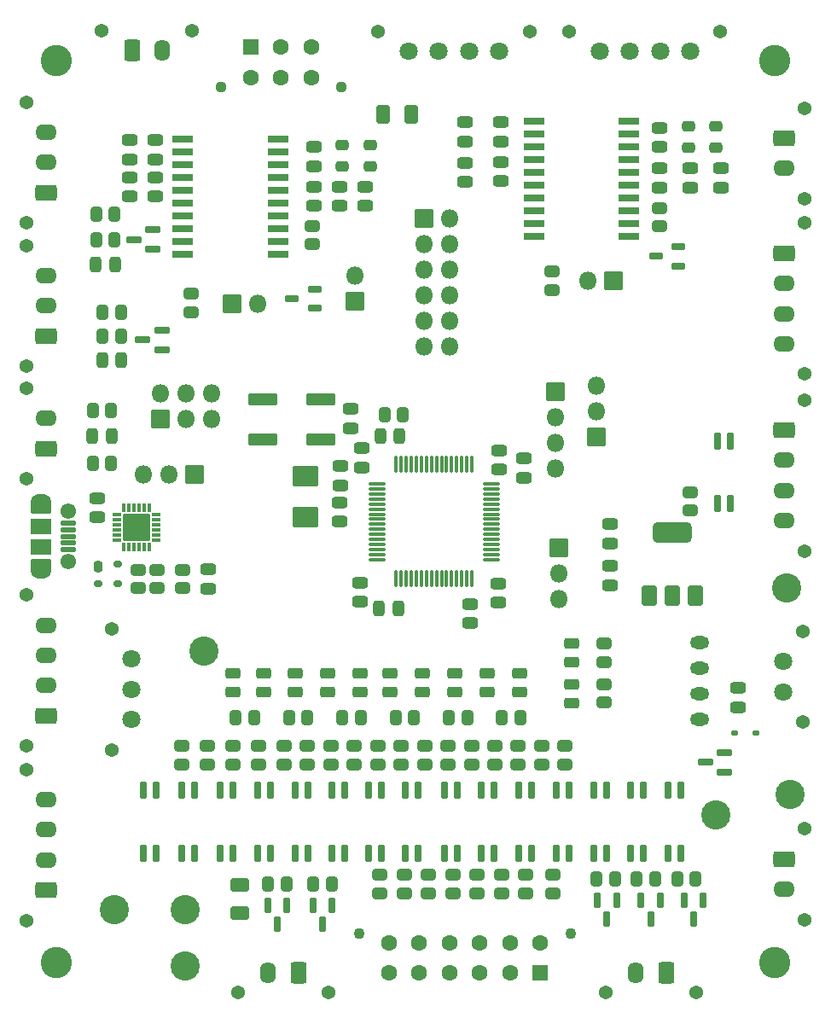
<source format=gts>
G04 #@! TF.GenerationSoftware,KiCad,Pcbnew,8.0.7*
G04 #@! TF.CreationDate,2025-01-18T17:23:32-06:00*
G04 #@! TF.ProjectId,Controls-Leader,436f6e74-726f-46c7-932d-4c6561646572,rev?*
G04 #@! TF.SameCoordinates,Original*
G04 #@! TF.FileFunction,Soldermask,Top*
G04 #@! TF.FilePolarity,Negative*
%FSLAX46Y46*%
G04 Gerber Fmt 4.6, Leading zero omitted, Abs format (unit mm)*
G04 Created by KiCad (PCBNEW 8.0.7) date 2025-01-18 17:23:32*
%MOMM*%
%LPD*%
G01*
G04 APERTURE LIST*
G04 Aperture macros list*
%AMRoundRect*
0 Rectangle with rounded corners*
0 $1 Rounding radius*
0 $2 $3 $4 $5 $6 $7 $8 $9 X,Y pos of 4 corners*
0 Add a 4 corners polygon primitive as box body*
4,1,4,$2,$3,$4,$5,$6,$7,$8,$9,$2,$3,0*
0 Add four circle primitives for the rounded corners*
1,1,$1+$1,$2,$3*
1,1,$1+$1,$4,$5*
1,1,$1+$1,$6,$7*
1,1,$1+$1,$8,$9*
0 Add four rect primitives between the rounded corners*
20,1,$1+$1,$2,$3,$4,$5,0*
20,1,$1+$1,$4,$5,$6,$7,0*
20,1,$1+$1,$6,$7,$8,$9,0*
20,1,$1+$1,$8,$9,$2,$3,0*%
G04 Aperture macros list end*
%ADD10C,1.372000*%
%ADD11RoundRect,0.267001X0.793999X-0.533999X0.793999X0.533999X-0.793999X0.533999X-0.793999X-0.533999X0*%
%ADD12O,2.122000X1.602000*%
%ADD13RoundRect,0.269250X-0.481750X0.269250X-0.481750X-0.269250X0.481750X-0.269250X0.481750X0.269250X0*%
%ADD14RoundRect,0.274878X0.476122X-0.288622X0.476122X0.288622X-0.476122X0.288622X-0.476122X-0.288622X0*%
%ADD15RoundRect,0.275500X-0.500500X0.275500X-0.500500X-0.275500X0.500500X-0.275500X0.500500X0.275500X0*%
%ADD16RoundRect,0.175500X0.175500X-0.700500X0.175500X0.700500X-0.175500X0.700500X-0.175500X-0.700500X0*%
%ADD17RoundRect,0.274878X-0.288622X-0.476122X0.288622X-0.476122X0.288622X0.476122X-0.288622X0.476122X0*%
%ADD18RoundRect,0.274878X-0.476122X0.288622X-0.476122X-0.288622X0.476122X-0.288622X0.476122X0.288622X0*%
%ADD19RoundRect,0.275500X-0.275500X-0.500500X0.275500X-0.500500X0.275500X0.500500X-0.275500X0.500500X0*%
%ADD20RoundRect,0.175500X-0.175500X0.700500X-0.175500X-0.700500X0.175500X-0.700500X0.175500X0.700500X0*%
%ADD21RoundRect,0.051000X-0.850000X-0.850000X0.850000X-0.850000X0.850000X0.850000X-0.850000X0.850000X0*%
%ADD22O,1.802000X1.802000*%
%ADD23RoundRect,0.051000X-0.850000X0.850000X-0.850000X-0.850000X0.850000X-0.850000X0.850000X0.850000X0*%
%ADD24RoundRect,0.175500X-0.175500X0.613000X-0.175500X-0.613000X0.175500X-0.613000X0.175500X0.613000X0*%
%ADD25RoundRect,0.244250X0.406750X-0.244250X0.406750X0.244250X-0.406750X0.244250X-0.406750X-0.244250X0*%
%ADD26RoundRect,0.051000X0.850000X0.850000X-0.850000X0.850000X-0.850000X-0.850000X0.850000X-0.850000X0*%
%ADD27RoundRect,0.274878X0.288622X0.476122X-0.288622X0.476122X-0.288622X-0.476122X0.288622X-0.476122X0*%
%ADD28RoundRect,0.275500X0.500500X-0.275500X0.500500X0.275500X-0.500500X0.275500X-0.500500X-0.275500X0*%
%ADD29C,1.802000*%
%ADD30RoundRect,0.051000X-1.375000X-0.500000X1.375000X-0.500000X1.375000X0.500000X-1.375000X0.500000X0*%
%ADD31C,2.902000*%
%ADD32C,3.102000*%
%ADD33RoundRect,0.175500X0.613000X0.175500X-0.613000X0.175500X-0.613000X-0.175500X0.613000X-0.175500X0*%
%ADD34RoundRect,0.200500X-0.200500X-0.350500X0.200500X-0.350500X0.200500X0.350500X-0.200500X0.350500X0*%
%ADD35RoundRect,0.175500X-0.225500X-0.175500X0.225500X-0.175500X0.225500X0.175500X-0.225500X0.175500X0*%
%ADD36RoundRect,0.269250X0.481750X-0.269250X0.481750X0.269250X-0.481750X0.269250X-0.481750X-0.269250X0*%
%ADD37RoundRect,0.051000X0.850000X-0.850000X0.850000X0.850000X-0.850000X0.850000X-0.850000X-0.850000X0*%
%ADD38RoundRect,0.051000X-0.975000X-0.300000X0.975000X-0.300000X0.975000X0.300000X-0.975000X0.300000X0*%
%ADD39RoundRect,0.400500X0.400500X-0.650500X0.400500X0.650500X-0.400500X0.650500X-0.400500X-0.650500X0*%
%ADD40RoundRect,0.525500X1.425500X-0.525500X1.425500X0.525500X-1.425500X0.525500X-1.425500X-0.525500X0*%
%ADD41RoundRect,0.270400X0.655600X-0.405600X0.655600X0.405600X-0.655600X0.405600X-0.655600X-0.405600X0*%
%ADD42RoundRect,0.270400X0.405600X0.655600X-0.405600X0.655600X-0.405600X-0.655600X0.405600X-0.655600X0*%
%ADD43RoundRect,0.267001X-0.793999X0.533999X-0.793999X-0.533999X0.793999X-0.533999X0.793999X0.533999X0*%
%ADD44C,1.122000*%
%ADD45RoundRect,0.267001X-0.533999X-0.533999X0.533999X-0.533999X0.533999X0.533999X-0.533999X0.533999X0*%
%ADD46C,1.602000*%
%ADD47RoundRect,0.175500X0.538000X0.175500X-0.538000X0.175500X-0.538000X-0.175500X0.538000X-0.175500X0*%
%ADD48RoundRect,0.275500X0.275500X0.500500X-0.275500X0.500500X-0.275500X-0.500500X0.275500X-0.500500X0*%
%ADD49RoundRect,0.051000X-0.675000X0.200000X-0.675000X-0.200000X0.675000X-0.200000X0.675000X0.200000X0*%
%ADD50O,2.002000X1.302000*%
%ADD51RoundRect,0.051000X-0.950000X0.600000X-0.950000X-0.600000X0.950000X-0.600000X0.950000X0.600000X0*%
%ADD52C,1.552000*%
%ADD53RoundRect,0.051000X-0.950000X0.750000X-0.950000X-0.750000X0.950000X-0.750000X0.950000X0.750000X0*%
%ADD54C,1.102000*%
%ADD55RoundRect,0.051000X0.750000X0.750000X-0.750000X0.750000X-0.750000X-0.750000X0.750000X-0.750000X0*%
%ADD56RoundRect,0.051000X1.200000X-0.950000X1.200000X0.950000X-1.200000X0.950000X-1.200000X-0.950000X0*%
%ADD57RoundRect,0.138000X-0.213000X-0.138000X0.213000X-0.138000X0.213000X0.138000X-0.213000X0.138000X0*%
%ADD58RoundRect,0.088000X-0.375500X-0.088000X0.375500X-0.088000X0.375500X0.088000X-0.375500X0.088000X0*%
%ADD59RoundRect,0.088000X-0.088000X-0.375500X0.088000X-0.375500X0.088000X0.375500X-0.088000X0.375500X0*%
%ADD60RoundRect,0.051000X-1.300000X-1.300000X1.300000X-1.300000X1.300000X1.300000X-1.300000X1.300000X0*%
%ADD61RoundRect,0.267001X0.533999X0.793999X-0.533999X0.793999X-0.533999X-0.793999X0.533999X-0.793999X0*%
%ADD62O,1.602000X2.122000*%
%ADD63RoundRect,0.100500X-0.725500X-0.100500X0.725500X-0.100500X0.725500X0.100500X-0.725500X0.100500X0*%
%ADD64RoundRect,0.100500X-0.100500X-0.725500X0.100500X-0.725500X0.100500X0.725500X-0.100500X0.725500X0*%
%ADD65RoundRect,0.267001X-0.533999X-0.793999X0.533999X-0.793999X0.533999X0.793999X-0.533999X0.793999X0*%
%ADD66O,1.902000X1.302000*%
G04 APERTURE END LIST*
D10*
G04 #@! TO.C,J7*
X113540000Y-71390000D03*
X113540000Y-59390000D03*
D11*
X115500000Y-68390000D03*
D12*
X115500000Y-65390000D03*
X115500000Y-62390000D03*
G04 #@! TD*
D13*
G04 #@! TO.C,D18*
X137040000Y-116092500D03*
X137040000Y-117967500D03*
G04 #@! TD*
D14*
G04 #@! TO.C,R7*
X170815000Y-118982501D03*
X170815000Y-117157501D03*
G04 #@! TD*
G04 #@! TO.C,R50*
X155343444Y-125095000D03*
X155343444Y-123270000D03*
G04 #@! TD*
D15*
G04 #@! TO.C,C6*
X160300000Y-107150001D03*
X160300000Y-109049999D03*
G04 #@! TD*
D10*
G04 #@! TO.C,J12*
X113540000Y-96780000D03*
X113540000Y-87780000D03*
D11*
X115500000Y-93780000D03*
D12*
X115500000Y-90780000D03*
G04 #@! TD*
D16*
G04 #@! TO.C,U10*
X182065000Y-99260000D03*
X183335000Y-99260000D03*
X183335000Y-93010000D03*
X182065000Y-93010000D03*
G04 #@! TD*
D17*
G04 #@! TO.C,R16*
X121087500Y-82637998D03*
X122912500Y-82637998D03*
G04 #@! TD*
D18*
G04 #@! TO.C,R5*
X165735000Y-136087500D03*
X165735000Y-137912500D03*
G04 #@! TD*
D19*
G04 #@! TO.C,C15*
X148650000Y-92500000D03*
X150550000Y-92500000D03*
G04 #@! TD*
D14*
G04 #@! TO.C,R39*
X153431975Y-137912500D03*
X153431975Y-136087500D03*
G04 #@! TD*
D18*
G04 #@! TO.C,R37*
X126490000Y-105785000D03*
X126490000Y-107610000D03*
G04 #@! TD*
D20*
G04 #@! TO.C,U5*
X137735000Y-127675000D03*
X136465000Y-127675000D03*
X136465000Y-133925000D03*
X137735000Y-133925000D03*
G04 #@! TD*
D16*
G04 #@! TO.C,U29*
X140215000Y-133925000D03*
X141485000Y-133925000D03*
X141485000Y-127675000D03*
X140215000Y-127675000D03*
G04 #@! TD*
D14*
G04 #@! TO.C,R31*
X131445000Y-125095000D03*
X131445000Y-123270000D03*
G04 #@! TD*
D21*
G04 #@! TO.C,J3*
X152960000Y-70980000D03*
D22*
X155500000Y-70980000D03*
X152960000Y-73520000D03*
X155500000Y-73520000D03*
X152960000Y-76060000D03*
X155500000Y-76060000D03*
X152960000Y-78600000D03*
X155500000Y-78600000D03*
X152960000Y-81140000D03*
X155500000Y-81140000D03*
X152960000Y-83680000D03*
X155500000Y-83680000D03*
G04 #@! TD*
D15*
G04 #@! TO.C,C22*
X171437300Y-101290002D03*
X171437300Y-103190002D03*
G04 #@! TD*
D23*
G04 #@! TO.C,J25*
X130159999Y-96350000D03*
D22*
X127619999Y-96350000D03*
X125079999Y-96350000D03*
G04 #@! TD*
D24*
G04 #@! TO.C,Q4*
X139380000Y-139062500D03*
X137480000Y-139062500D03*
X138430000Y-140937500D03*
G04 #@! TD*
D23*
G04 #@! TO.C,JP2*
X171775000Y-77100000D03*
D22*
X169235000Y-77100000D03*
G04 #@! TD*
D17*
G04 #@! TO.C,R30*
X160712500Y-120500000D03*
X162537500Y-120500000D03*
G04 #@! TD*
D14*
G04 #@! TO.C,R11*
X164645412Y-125095000D03*
X164645412Y-123270000D03*
G04 #@! TD*
D15*
G04 #@! TO.C,C9*
X162850000Y-94750000D03*
X162850000Y-96650000D03*
G04 #@! TD*
D14*
G04 #@! TO.C,R63*
X143715984Y-125095000D03*
X143715984Y-123270000D03*
G04 #@! TD*
D25*
G04 #@! TO.C,L8*
X181936000Y-63913000D03*
X181936000Y-61788000D03*
G04 #@! TD*
D17*
G04 #@! TO.C,R2*
X139582500Y-120500000D03*
X141407500Y-120500000D03*
G04 #@! TD*
D26*
G04 #@! TO.C,J13*
X170090000Y-92640000D03*
D22*
X170090000Y-90100000D03*
X170090000Y-87560000D03*
G04 #@! TD*
D16*
G04 #@! TO.C,U23*
X154965000Y-133925000D03*
X156235000Y-133925000D03*
X156235000Y-127675000D03*
X154965000Y-127675000D03*
G04 #@! TD*
D27*
G04 #@! TO.C,R40*
X136125000Y-120500000D03*
X134300000Y-120500000D03*
G04 #@! TD*
D28*
G04 #@! TO.C,C24*
X123718000Y-65071999D03*
X123718000Y-63171999D03*
G04 #@! TD*
G04 #@! TO.C,C23*
X126258000Y-65071999D03*
X126258000Y-63171999D03*
G04 #@! TD*
G04 #@! TO.C,C11*
X160450000Y-95850000D03*
X160450000Y-93950000D03*
G04 #@! TD*
D20*
G04 #@! TO.C,U9*
X130175000Y-127685000D03*
X128905000Y-127685000D03*
X128905000Y-133935000D03*
X130175000Y-133935000D03*
G04 #@! TD*
D27*
G04 #@! TO.C,R9*
X151972500Y-120500000D03*
X150147500Y-120500000D03*
G04 #@! TD*
D28*
G04 #@! TO.C,C7*
X144662720Y-97409001D03*
X144662720Y-95509001D03*
G04 #@! TD*
D10*
G04 #@! TO.C,J21*
X167390000Y-52410000D03*
X182390000Y-52410000D03*
D29*
X170390000Y-54370000D03*
X173390000Y-54370000D03*
X176390000Y-54370000D03*
X179390000Y-54370000D03*
G04 #@! TD*
D24*
G04 #@! TO.C,Q5*
X172080000Y-138562500D03*
X170180000Y-138562500D03*
X171130000Y-140437500D03*
G04 #@! TD*
D10*
G04 #@! TO.C,J18*
X190590000Y-111920000D03*
X190590000Y-120920000D03*
D29*
X188630000Y-114920000D03*
X188630000Y-117920000D03*
G04 #@! TD*
D30*
G04 #@! TO.C,SW10*
X137000000Y-88899999D03*
X142750000Y-88899999D03*
X137000000Y-92899999D03*
X142750000Y-92899999D03*
G04 #@! TD*
D31*
G04 #@! TO.C,TP8*
X189300000Y-128100000D03*
G04 #@! TD*
D15*
G04 #@! TO.C,C36*
X157044000Y-65410000D03*
X157044000Y-67310000D03*
G04 #@! TD*
G04 #@! TO.C,C8*
X144590000Y-99130000D03*
X144590000Y-101030000D03*
G04 #@! TD*
D32*
G04 #@! TO.C,H3*
X187750000Y-144750000D03*
G04 #@! TD*
D14*
G04 #@! TO.C,R1*
X133985000Y-125095000D03*
X133985000Y-123270000D03*
G04 #@! TD*
D21*
G04 #@! TO.C,J8*
X166000000Y-88170000D03*
D22*
X166000000Y-90710000D03*
X166000000Y-93250000D03*
X166000000Y-95790000D03*
G04 #@! TD*
D27*
G04 #@! TO.C,R58*
X175912500Y-136500000D03*
X174087500Y-136500000D03*
G04 #@! TD*
D14*
G04 #@! TO.C,R60*
X155839650Y-137912500D03*
X155839650Y-136087500D03*
G04 #@! TD*
D28*
G04 #@! TO.C,C5*
X145700000Y-91750000D03*
X145700000Y-89850000D03*
G04 #@! TD*
D18*
G04 #@! TO.C,R10*
X163062675Y-136087500D03*
X163062675Y-137912500D03*
G04 #@! TD*
D33*
G04 #@! TO.C,D2*
X126037500Y-73975000D03*
X126037500Y-72075000D03*
X124162500Y-73025000D03*
G04 #@! TD*
D20*
G04 #@! TO.C,U25*
X178435000Y-127685000D03*
X177165000Y-127685000D03*
X177165000Y-133935000D03*
X178435000Y-133935000D03*
G04 #@! TD*
D14*
G04 #@! TO.C,R55*
X160655000Y-137912500D03*
X160655000Y-136087500D03*
G04 #@! TD*
D16*
G04 #@! TO.C,U24*
X158665000Y-133935000D03*
X159935000Y-133935000D03*
X159935000Y-127685000D03*
X158665000Y-127685000D03*
G04 #@! TD*
D15*
G04 #@! TO.C,C38*
X176348000Y-65984001D03*
X176348000Y-67884001D03*
G04 #@! TD*
D34*
G04 #@! TO.C,D15*
X120590000Y-105447500D03*
D35*
X120590000Y-107147500D03*
X122590000Y-107147500D03*
X122590000Y-105247500D03*
G04 #@! TD*
D14*
G04 #@! TO.C,R64*
X148590000Y-137912500D03*
X148590000Y-136087500D03*
G04 #@! TD*
D17*
G04 #@! TO.C,R26*
X120087500Y-95250000D03*
X121912500Y-95250000D03*
G04 #@! TD*
D36*
G04 #@! TO.C,D8*
X167640000Y-119007501D03*
X167640000Y-117132501D03*
G04 #@! TD*
D14*
G04 #@! TO.C,R29*
X170815000Y-114935000D03*
X170815000Y-113110000D03*
G04 #@! TD*
D15*
G04 #@! TO.C,C13*
X146600000Y-107070000D03*
X146600000Y-108970000D03*
G04 #@! TD*
D37*
G04 #@! TO.C,JP1*
X133878000Y-79428000D03*
D22*
X136418000Y-79428000D03*
G04 #@! TD*
D15*
G04 #@! TO.C,C27*
X142006000Y-63842500D03*
X142006000Y-65742500D03*
G04 #@! TD*
D25*
G04 #@! TO.C,L6*
X147594000Y-65805000D03*
X147594000Y-63680000D03*
G04 #@! TD*
D21*
G04 #@! TO.C,J2*
X166350000Y-103660000D03*
D22*
X166350000Y-106200000D03*
X166350000Y-108740000D03*
G04 #@! TD*
D38*
G04 #@! TO.C,U14*
X129050000Y-63085000D03*
X129050000Y-64355000D03*
X129050000Y-65625000D03*
X129050000Y-66895000D03*
X129050000Y-68165000D03*
X129050000Y-69435000D03*
X129050000Y-70705000D03*
X129050000Y-71975000D03*
X129050000Y-73245000D03*
X129050000Y-74515000D03*
X138450000Y-74515000D03*
X138450000Y-73245000D03*
X138450000Y-71975000D03*
X138450000Y-70705000D03*
X138450000Y-69435000D03*
X138450000Y-68165000D03*
X138450000Y-66895000D03*
X138450000Y-65625000D03*
X138450000Y-64355000D03*
X138450000Y-63085000D03*
G04 #@! TD*
D39*
G04 #@! TO.C,U13*
X175282420Y-108361499D03*
X177582420Y-108361499D03*
D40*
X177582420Y-102061499D03*
D39*
X179882420Y-108361499D03*
G04 #@! TD*
D24*
G04 #@! TO.C,Q1*
X180655000Y-138562500D03*
X178755000Y-138562500D03*
X179705000Y-140437500D03*
G04 #@! TD*
D14*
G04 #@! TO.C,R24*
X128905000Y-125095000D03*
X128905000Y-123270000D03*
G04 #@! TD*
D41*
G04 #@! TO.C,F2*
X134650000Y-139899999D03*
X134650000Y-137100001D03*
G04 #@! TD*
D13*
G04 #@! TO.C,D7*
X140200000Y-116092500D03*
X140200000Y-117967500D03*
G04 #@! TD*
D36*
G04 #@! TO.C,D14*
X167640000Y-114960000D03*
X167640000Y-113085000D03*
G04 #@! TD*
D17*
G04 #@! TO.C,R13*
X121087500Y-80215999D03*
X122912500Y-80215999D03*
G04 #@! TD*
D15*
G04 #@! TO.C,C25*
X126258000Y-66860001D03*
X126258000Y-68760001D03*
G04 #@! TD*
D16*
G04 #@! TO.C,U2*
X147465000Y-133925000D03*
X148735000Y-133925000D03*
X148735000Y-127675000D03*
X147465000Y-127675000D03*
G04 #@! TD*
D19*
G04 #@! TO.C,C14*
X148500000Y-109600000D03*
X150400000Y-109600000D03*
G04 #@! TD*
D42*
G04 #@! TO.C,F1*
X151700000Y-60600000D03*
X148900000Y-60600000D03*
G04 #@! TD*
D16*
G04 #@! TO.C,U6*
X166065000Y-133935000D03*
X167335000Y-133935000D03*
X167335000Y-127685000D03*
X166065000Y-127685000D03*
G04 #@! TD*
D15*
G04 #@! TO.C,C39*
X179396000Y-65984001D03*
X179396000Y-67884001D03*
G04 #@! TD*
D25*
G04 #@! TO.C,L5*
X144844000Y-65805000D03*
X144844000Y-63680000D03*
G04 #@! TD*
D15*
G04 #@! TO.C,C29*
X144546000Y-67810000D03*
X144546000Y-69710000D03*
G04 #@! TD*
D25*
G04 #@! TO.C,L7*
X179186000Y-63913000D03*
X179186000Y-61788000D03*
G04 #@! TD*
D10*
G04 #@! TO.C,J14*
X190700000Y-59980000D03*
X190700000Y-68980000D03*
D43*
X188740000Y-62980000D03*
D12*
X188740000Y-65980000D03*
G04 #@! TD*
D14*
G04 #@! TO.C,R32*
X179400000Y-99915000D03*
X179400000Y-98090000D03*
G04 #@! TD*
D24*
G04 #@! TO.C,Q6*
X143825000Y-139062500D03*
X141925000Y-139062500D03*
X142875000Y-140937500D03*
G04 #@! TD*
D44*
G04 #@! TO.C,J5*
X132780000Y-57890000D03*
X144780000Y-57890000D03*
D45*
X135780000Y-53950000D03*
D46*
X138780000Y-53950000D03*
X141780000Y-53950000D03*
X135780000Y-56950000D03*
X138780000Y-56950000D03*
X141780000Y-56950000D03*
G04 #@! TD*
D14*
G04 #@! TO.C,R4*
X150692460Y-125095000D03*
X150692460Y-123270000D03*
G04 #@! TD*
D27*
G04 #@! TO.C,R27*
X121912500Y-90000000D03*
X120087500Y-90000000D03*
G04 #@! TD*
D47*
G04 #@! TO.C,U15*
X142127500Y-79870000D03*
X142127500Y-77970000D03*
X139852500Y-78920000D03*
G04 #@! TD*
D48*
G04 #@! TO.C,C16*
X122300000Y-75500000D03*
X120400000Y-75500000D03*
G04 #@! TD*
D28*
G04 #@! TO.C,C12*
X146800000Y-95650000D03*
X146800000Y-93750000D03*
G04 #@! TD*
D17*
G04 #@! TO.C,R15*
X120437500Y-70525000D03*
X122262500Y-70525000D03*
G04 #@! TD*
D27*
G04 #@! TO.C,R3*
X157255000Y-120500000D03*
X155430000Y-120500000D03*
G04 #@! TD*
D32*
G04 #@! TO.C,H2*
X116500000Y-55250000D03*
G04 #@! TD*
D49*
G04 #@! TO.C,J23*
X117622500Y-101197500D03*
X117622500Y-101847500D03*
X117622500Y-102497500D03*
X117622500Y-103147500D03*
X117622500Y-103797500D03*
D50*
X114922500Y-98997500D03*
D51*
X114922500Y-99597500D03*
D52*
X117622500Y-99997500D03*
D53*
X114922500Y-101497500D03*
X114922500Y-103497500D03*
D52*
X117622500Y-104997500D03*
D51*
X114922500Y-105397500D03*
D50*
X114922500Y-105997500D03*
G04 #@! TD*
D10*
G04 #@! TO.C,J17*
X190700000Y-88940000D03*
X190700000Y-103940000D03*
D43*
X188740000Y-91940000D03*
D12*
X188740000Y-94940000D03*
X188740000Y-97940000D03*
X188740000Y-100940000D03*
G04 #@! TD*
D26*
G04 #@! TO.C,J27*
X146070000Y-79179000D03*
D22*
X146070000Y-76639000D03*
G04 #@! TD*
D54*
G04 #@! TO.C,J4*
X167500000Y-141860000D03*
X146500000Y-141860000D03*
D55*
X164500000Y-145800000D03*
D46*
X161500000Y-145800000D03*
X158500000Y-145800000D03*
X155500000Y-145800000D03*
X152500000Y-145800000D03*
X149500000Y-145800000D03*
X164500000Y-142800000D03*
X161500000Y-142800000D03*
X158500000Y-142800000D03*
X155500000Y-142800000D03*
X152500000Y-142800000D03*
X149500000Y-142800000D03*
G04 #@! TD*
D56*
G04 #@! TO.C,Y1*
X141224000Y-100602000D03*
X141224000Y-96502000D03*
G04 #@! TD*
D37*
G04 #@! TO.C,J15*
X126770000Y-90840000D03*
D22*
X126770000Y-88300000D03*
X129310000Y-90840000D03*
X129310000Y-88300000D03*
X131850000Y-90840000D03*
X131850000Y-88300000D03*
G04 #@! TD*
D10*
G04 #@! TO.C,J10*
X113540000Y-123290000D03*
X113540000Y-108290000D03*
D11*
X115500000Y-120290000D03*
D12*
X115500000Y-117290000D03*
X115500000Y-114290000D03*
X115500000Y-111290000D03*
G04 #@! TD*
D57*
G04 #@! TO.C,D17*
X183825000Y-122025000D03*
X185925000Y-122025000D03*
G04 #@! TD*
D14*
G04 #@! TO.C,R25*
X136525000Y-125095000D03*
X136525000Y-123270000D03*
G04 #@! TD*
G04 #@! TO.C,R52*
X158247325Y-137912500D03*
X158247325Y-136087500D03*
G04 #@! TD*
D13*
G04 #@! TO.C,D12*
X159250000Y-116092500D03*
X159250000Y-117967500D03*
G04 #@! TD*
D38*
G04 #@! TO.C,U17*
X163900000Y-61280000D03*
X163900000Y-62550000D03*
X163900000Y-63820000D03*
X163900000Y-65090000D03*
X163900000Y-66360000D03*
X163900000Y-67630000D03*
X163900000Y-68900000D03*
X163900000Y-70170000D03*
X163900000Y-71440000D03*
X163900000Y-72710000D03*
X173300000Y-72710000D03*
X173300000Y-71440000D03*
X173300000Y-70170000D03*
X173300000Y-68900000D03*
X173300000Y-67630000D03*
X173300000Y-66360000D03*
X173300000Y-65090000D03*
X173300000Y-63820000D03*
X173300000Y-62550000D03*
X173300000Y-61280000D03*
G04 #@! TD*
D10*
G04 #@! TO.C,J22*
X148430000Y-52410000D03*
X163430000Y-52410000D03*
D29*
X151430000Y-54370000D03*
X154430000Y-54370000D03*
X157430000Y-54370000D03*
X160430000Y-54370000D03*
G04 #@! TD*
D10*
G04 #@! TO.C,J9*
X113540000Y-85610000D03*
X113540000Y-73610000D03*
D11*
X115500000Y-82610000D03*
D12*
X115500000Y-79610000D03*
X115500000Y-76610000D03*
G04 #@! TD*
D28*
G04 #@! TO.C,C21*
X171437300Y-107315001D03*
X171437300Y-105415001D03*
G04 #@! TD*
D13*
G04 #@! TO.C,D11*
X156000000Y-116092500D03*
X156000000Y-117967500D03*
G04 #@! TD*
G04 #@! TO.C,D16*
X146600000Y-116092498D03*
X146600000Y-117967500D03*
G04 #@! TD*
D20*
G04 #@! TO.C,U3*
X133985000Y-127685000D03*
X132715000Y-127685000D03*
X132715000Y-133935000D03*
X133985000Y-133935000D03*
G04 #@! TD*
D28*
G04 #@! TO.C,C42*
X131590000Y-107647500D03*
X131590000Y-105747500D03*
G04 #@! TD*
D14*
G04 #@! TO.C,R38*
X129040000Y-107610000D03*
X129040000Y-105785000D03*
G04 #@! TD*
D13*
G04 #@! TO.C,D4*
X134000000Y-116092498D03*
X134000000Y-117967500D03*
G04 #@! TD*
D28*
G04 #@! TO.C,C4*
X184150000Y-119435500D03*
X184150000Y-117535500D03*
G04 #@! TD*
D16*
G04 #@! TO.C,U27*
X151130000Y-133935000D03*
X152400000Y-133935000D03*
X152400000Y-127685000D03*
X151130000Y-127685000D03*
G04 #@! TD*
D19*
G04 #@! TO.C,C1*
X120050000Y-92558999D03*
X121950000Y-92558999D03*
G04 #@! TD*
D31*
G04 #@! TO.C,TP5*
X122250000Y-139500000D03*
G04 #@! TD*
D13*
G04 #@! TO.C,D9*
X143400000Y-116092498D03*
X143400000Y-117967500D03*
G04 #@! TD*
D14*
G04 #@! TO.C,R33*
X148366968Y-125095000D03*
X148366968Y-123270000D03*
G04 #@! TD*
D16*
G04 #@! TO.C,U28*
X143840000Y-133925000D03*
X145110000Y-133925000D03*
X145110000Y-127675000D03*
X143840000Y-127675000D03*
G04 #@! TD*
D14*
G04 #@! TO.C,R35*
X165700000Y-78012500D03*
X165700000Y-76187500D03*
G04 #@! TD*
G04 #@! TO.C,R36*
X124590000Y-107622500D03*
X124590000Y-105797500D03*
G04 #@! TD*
G04 #@! TO.C,R34*
X176300000Y-71712500D03*
X176300000Y-69887500D03*
G04 #@! TD*
D15*
G04 #@! TO.C,C35*
X160600000Y-65343999D03*
X160600000Y-67243999D03*
G04 #@! TD*
D17*
G04 #@! TO.C,R28*
X144865000Y-120500000D03*
X146690000Y-120500000D03*
G04 #@! TD*
D10*
G04 #@! TO.C,J6*
X190700000Y-71390000D03*
X190700000Y-86390000D03*
D43*
X188740000Y-74390000D03*
D12*
X188740000Y-77390000D03*
X188740000Y-80390000D03*
X188740000Y-83390000D03*
G04 #@! TD*
D15*
G04 #@! TO.C,C30*
X147086000Y-67810000D03*
X147086000Y-69710000D03*
G04 #@! TD*
D27*
G04 #@! TO.C,R18*
X150876000Y-90424000D03*
X149051000Y-90424000D03*
G04 #@! TD*
D28*
G04 #@! TO.C,C41*
X120580000Y-100579998D03*
X120580000Y-98680000D03*
G04 #@! TD*
D13*
G04 #@! TO.C,D10*
X152800000Y-116092498D03*
X152800000Y-117967500D03*
G04 #@! TD*
D10*
G04 #@! TO.C,L_BLINK_EXT1*
X190700000Y-131500000D03*
X190700000Y-140500000D03*
D43*
X188740000Y-134500000D03*
D12*
X188740000Y-137500000D03*
G04 #@! TD*
D58*
G04 #@! TO.C,U19*
X122515000Y-100347500D03*
X122515000Y-100847500D03*
X122515000Y-101347500D03*
X122515000Y-101847500D03*
X122515000Y-102347500D03*
X122515000Y-102847500D03*
D59*
X123202500Y-103535000D03*
X123702500Y-103535000D03*
X124202500Y-103535000D03*
X124702500Y-103535000D03*
X125202500Y-103535000D03*
X125702500Y-103535000D03*
D58*
X126390000Y-102847500D03*
X126390000Y-102347500D03*
X126390000Y-101847500D03*
X126390000Y-101347500D03*
X126390000Y-100847500D03*
X126390000Y-100347500D03*
D59*
X125702500Y-99660000D03*
X125202500Y-99660000D03*
X124702500Y-99660000D03*
X124202500Y-99660000D03*
X123702500Y-99660000D03*
X123202500Y-99660000D03*
D60*
X124452500Y-101597500D03*
G04 #@! TD*
D10*
G04 #@! TO.C,R_BLINK_EXT1*
X180000000Y-147760000D03*
X171000000Y-147760000D03*
D61*
X177000000Y-145800000D03*
D62*
X174000000Y-145800000D03*
G04 #@! TD*
D32*
G04 #@! TO.C,H4*
X116500000Y-144750000D03*
G04 #@! TD*
D10*
G04 #@! TO.C,BRAKELIGHT1*
X143500000Y-147760000D03*
X134500000Y-147760000D03*
D61*
X140500000Y-145800000D03*
D62*
X137500000Y-145800000D03*
G04 #@! TD*
D31*
G04 #@! TO.C,TP4*
X188950000Y-107590000D03*
G04 #@! TD*
D15*
G04 #@! TO.C,C40*
X182444000Y-65984001D03*
X182444000Y-67884001D03*
G04 #@! TD*
D13*
G04 #@! TO.C,D13*
X149600000Y-116092498D03*
X149600000Y-117967500D03*
G04 #@! TD*
D27*
G04 #@! TO.C,R56*
X179912500Y-136500000D03*
X178087500Y-136500000D03*
G04 #@! TD*
D20*
G04 #@! TO.C,U26*
X174760000Y-127685000D03*
X173490000Y-127685000D03*
X173490000Y-133935000D03*
X174760000Y-133935000D03*
G04 #@! TD*
D14*
G04 #@! TO.C,R8*
X157668936Y-125095000D03*
X157668936Y-123270000D03*
G04 #@! TD*
D28*
G04 #@! TO.C,C10*
X157550000Y-111099998D03*
X157550000Y-109200000D03*
G04 #@! TD*
D18*
G04 #@! TO.C,R17*
X141900000Y-71687500D03*
X141900000Y-73512500D03*
G04 #@! TD*
D27*
G04 #@! TO.C,R41*
X139342500Y-137000000D03*
X137517500Y-137000000D03*
G04 #@! TD*
D14*
G04 #@! TO.C,R59*
X153017952Y-125095000D03*
X153017952Y-123270000D03*
G04 #@! TD*
D15*
G04 #@! TO.C,C28*
X142006000Y-67810000D03*
X142006000Y-69710000D03*
G04 #@! TD*
D31*
G04 #@! TO.C,TP6*
X131100000Y-113900000D03*
G04 #@! TD*
D27*
G04 #@! TO.C,R14*
X122262500Y-73024999D03*
X120437500Y-73024999D03*
G04 #@! TD*
D31*
G04 #@! TO.C,TP9*
X129250000Y-145150000D03*
G04 #@! TD*
G04 #@! TO.C,TP10*
X129250000Y-139500000D03*
G04 #@! TD*
D48*
G04 #@! TO.C,C17*
X122950000Y-85000000D03*
X121050000Y-85000000D03*
G04 #@! TD*
D18*
G04 #@! TO.C,R19*
X166970905Y-123270000D03*
X166970905Y-125095000D03*
G04 #@! TD*
D14*
G04 #@! TO.C,R62*
X151024300Y-137912500D03*
X151024300Y-136087500D03*
G04 #@! TD*
G04 #@! TO.C,R12*
X162319920Y-125095000D03*
X162319920Y-123270000D03*
G04 #@! TD*
D10*
G04 #@! TO.C,J11*
X113540000Y-140600000D03*
X113540000Y-125600000D03*
D11*
X115500000Y-137600000D03*
D12*
X115500000Y-134600000D03*
X115500000Y-131600000D03*
X115500000Y-128600000D03*
G04 #@! TD*
D20*
G04 #@! TO.C,U8*
X126365000Y-127685000D03*
X125095000Y-127685000D03*
X125095000Y-133935000D03*
X126365000Y-133935000D03*
G04 #@! TD*
D27*
G04 #@! TO.C,R20*
X171912500Y-136500000D03*
X170087500Y-136500000D03*
G04 #@! TD*
D13*
G04 #@! TO.C,D1*
X162490000Y-116092498D03*
X162490000Y-117967500D03*
G04 #@! TD*
D14*
G04 #@! TO.C,R61*
X146041476Y-125095000D03*
X146041476Y-123270000D03*
G04 #@! TD*
D18*
G04 #@! TO.C,R6*
X139065000Y-123270000D03*
X139065000Y-125095000D03*
G04 #@! TD*
D15*
G04 #@! TO.C,C37*
X176348000Y-61950500D03*
X176348000Y-63850500D03*
G04 #@! TD*
D24*
G04 #@! TO.C,Q3*
X176400001Y-138562500D03*
X174500001Y-138562500D03*
X175450001Y-140437500D03*
G04 #@! TD*
D16*
G04 #@! TO.C,U1*
X162365000Y-133935000D03*
X163635000Y-133935000D03*
X163635000Y-127685000D03*
X162365000Y-127685000D03*
G04 #@! TD*
D31*
G04 #@! TO.C,TP7*
X181950000Y-130100000D03*
G04 #@! TD*
D32*
G04 #@! TO.C,H1*
X187750000Y-55250000D03*
G04 #@! TD*
D10*
G04 #@! TO.C,J1*
X122010000Y-123649999D03*
X122010000Y-111649999D03*
D29*
X123970000Y-120649999D03*
X123970000Y-117649999D03*
X123970000Y-114649999D03*
G04 #@! TD*
D63*
G04 #@! TO.C,U7*
X148285000Y-97285000D03*
X148285000Y-97785000D03*
X148285000Y-98285000D03*
X148285000Y-98785000D03*
X148285000Y-99285000D03*
X148285000Y-99785000D03*
X148285000Y-100285000D03*
X148285000Y-100785000D03*
X148285000Y-101285000D03*
X148285000Y-101785000D03*
X148285000Y-102285000D03*
X148285000Y-102785000D03*
X148285000Y-103285000D03*
X148285000Y-103785000D03*
X148285000Y-104285000D03*
X148285000Y-104785000D03*
D64*
X150210000Y-106710000D03*
X150710000Y-106710000D03*
X151210000Y-106710000D03*
X151710000Y-106710000D03*
X152210000Y-106710000D03*
X152710000Y-106710000D03*
X153210000Y-106710000D03*
X153710000Y-106710000D03*
X154210000Y-106710000D03*
X154710000Y-106710000D03*
X155210000Y-106710000D03*
X155710000Y-106710000D03*
X156210000Y-106710000D03*
X156710000Y-106710000D03*
X157210000Y-106710000D03*
X157710000Y-106710000D03*
D63*
X159635000Y-104785000D03*
X159635000Y-104285000D03*
X159635000Y-103785000D03*
X159635000Y-103285000D03*
X159635000Y-102785000D03*
X159635000Y-102285000D03*
X159635000Y-101785000D03*
X159635000Y-101285000D03*
X159635000Y-100785000D03*
X159635000Y-100285000D03*
X159635000Y-99785000D03*
X159635000Y-99285000D03*
X159635000Y-98785000D03*
X159635000Y-98285000D03*
X159635000Y-97785000D03*
X159635000Y-97285000D03*
D64*
X157710000Y-95360000D03*
X157210000Y-95360000D03*
X156710000Y-95360000D03*
X156210000Y-95360000D03*
X155710000Y-95360000D03*
X155210000Y-95360000D03*
X154710000Y-95360000D03*
X154210000Y-95360000D03*
X153710000Y-95360000D03*
X153210000Y-95360000D03*
X152710000Y-95360000D03*
X152210000Y-95360000D03*
X151710000Y-95360000D03*
X151210000Y-95360000D03*
X150710000Y-95360000D03*
X150210000Y-95360000D03*
G04 #@! TD*
D20*
G04 #@! TO.C,U4*
X171060000Y-127675000D03*
X169790000Y-127675000D03*
X169790000Y-133925000D03*
X171060000Y-133925000D03*
G04 #@! TD*
D33*
G04 #@! TO.C,D3*
X126937500Y-83950000D03*
X126937500Y-82050000D03*
X125062500Y-83000000D03*
G04 #@! TD*
D10*
G04 #@! TO.C,J16*
X120980000Y-52330000D03*
X129980000Y-52330000D03*
D65*
X123980000Y-54290000D03*
D62*
X126980000Y-54290000D03*
G04 #@! TD*
D14*
G04 #@! TO.C,R21*
X129814000Y-80237000D03*
X129814000Y-78412000D03*
G04 #@! TD*
D28*
G04 #@! TO.C,C33*
X160600000Y-63312001D03*
X160600000Y-61412001D03*
G04 #@! TD*
D18*
G04 #@! TO.C,R22*
X141390492Y-123270000D03*
X141390492Y-125095000D03*
G04 #@! TD*
D66*
G04 #@! TO.C,U12*
X180340000Y-120649999D03*
X180340000Y-118110000D03*
X180340000Y-115569998D03*
X180340000Y-113029999D03*
G04 #@! TD*
D28*
G04 #@! TO.C,C34*
X157044000Y-63312001D03*
X157044000Y-61412001D03*
G04 #@! TD*
D33*
G04 #@! TO.C,Q2*
X182775000Y-125850000D03*
X182775000Y-123950000D03*
X180900000Y-124900000D03*
G04 #@! TD*
D47*
G04 #@! TO.C,U18*
X178237500Y-75650000D03*
X178237500Y-73750000D03*
X175962500Y-74700000D03*
G04 #@! TD*
D27*
G04 #@! TO.C,R23*
X143787500Y-137000000D03*
X141962500Y-137000000D03*
G04 #@! TD*
D14*
G04 #@! TO.C,R53*
X159994428Y-125095000D03*
X159994428Y-123270000D03*
G04 #@! TD*
D15*
G04 #@! TO.C,C26*
X123718000Y-66860001D03*
X123718000Y-68760001D03*
G04 #@! TD*
M02*

</source>
